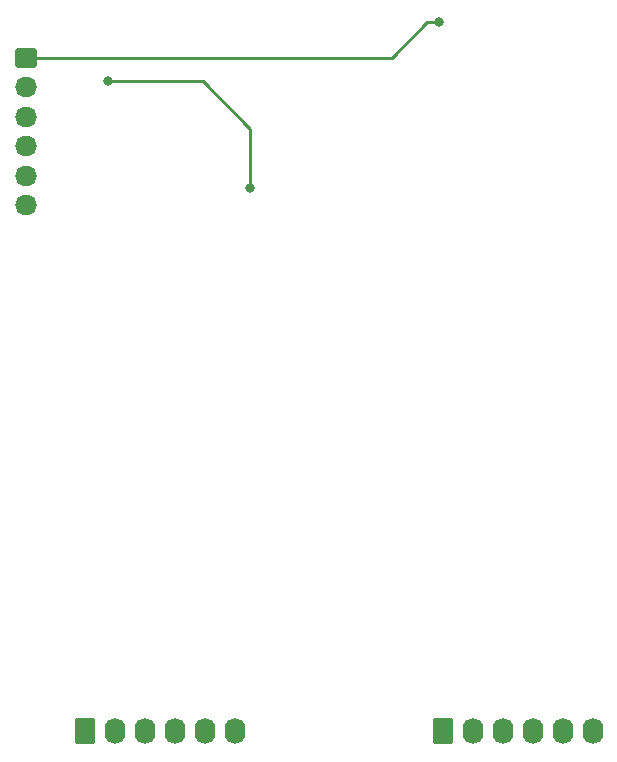
<source format=gbr>
%TF.GenerationSoftware,KiCad,Pcbnew,7.0.10-unknown-202401012134~036241c819~ubuntu22.04.1*%
%TF.CreationDate,2024-01-10T18:25:37+01:00*%
%TF.ProjectId,main_board,6d61696e-5f62-46f6-9172-642e6b696361,rev?*%
%TF.SameCoordinates,Original*%
%TF.FileFunction,Copper,L2,Bot*%
%TF.FilePolarity,Positive*%
%FSLAX46Y46*%
G04 Gerber Fmt 4.6, Leading zero omitted, Abs format (unit mm)*
G04 Created by KiCad (PCBNEW 7.0.10-unknown-202401012134~036241c819~ubuntu22.04.1) date 2024-01-10 18:25:37*
%MOMM*%
%LPD*%
G01*
G04 APERTURE LIST*
G04 Aperture macros list*
%AMRoundRect*
0 Rectangle with rounded corners*
0 $1 Rounding radius*
0 $2 $3 $4 $5 $6 $7 $8 $9 X,Y pos of 4 corners*
0 Add a 4 corners polygon primitive as box body*
4,1,4,$2,$3,$4,$5,$6,$7,$8,$9,$2,$3,0*
0 Add four circle primitives for the rounded corners*
1,1,$1+$1,$2,$3*
1,1,$1+$1,$4,$5*
1,1,$1+$1,$6,$7*
1,1,$1+$1,$8,$9*
0 Add four rect primitives between the rounded corners*
20,1,$1+$1,$2,$3,$4,$5,0*
20,1,$1+$1,$4,$5,$6,$7,0*
20,1,$1+$1,$6,$7,$8,$9,0*
20,1,$1+$1,$8,$9,$2,$3,0*%
G04 Aperture macros list end*
%TA.AperFunction,ComponentPad*%
%ADD10RoundRect,0.250000X-0.620000X-0.845000X0.620000X-0.845000X0.620000X0.845000X-0.620000X0.845000X0*%
%TD*%
%TA.AperFunction,ComponentPad*%
%ADD11O,1.740000X2.190000*%
%TD*%
%TA.AperFunction,ComponentPad*%
%ADD12RoundRect,0.250000X-0.675000X0.600000X-0.675000X-0.600000X0.675000X-0.600000X0.675000X0.600000X0*%
%TD*%
%TA.AperFunction,ComponentPad*%
%ADD13O,1.850000X1.700000*%
%TD*%
%TA.AperFunction,ViaPad*%
%ADD14C,0.800000*%
%TD*%
%TA.AperFunction,Conductor*%
%ADD15C,0.250000*%
%TD*%
G04 APERTURE END LIST*
D10*
%TO.P,J3,1,Pin_1*%
%TO.N,MOTORB+*%
X131300000Y-156000000D03*
D11*
%TO.P,J3,2,Pin_2*%
%TO.N,MOTORB-*%
X133840000Y-156000000D03*
%TO.P,J3,3,Pin_3*%
%TO.N,HALL_MOTORB_A*%
X136380000Y-156000000D03*
%TO.P,J3,4,Pin_4*%
%TO.N,HALL_MOTORB_B*%
X138920000Y-156000000D03*
%TO.P,J3,5,Pin_5*%
%TO.N,HALL+*%
X141460000Y-156000000D03*
%TO.P,J3,6,Pin_6*%
%TO.N,HALL-*%
X144000000Y-156000000D03*
%TD*%
D10*
%TO.P,J2,1,Pin_1*%
%TO.N,MOTORA+*%
X101000000Y-156000000D03*
D11*
%TO.P,J2,2,Pin_2*%
%TO.N,MOTORA-*%
X103540000Y-156000000D03*
%TO.P,J2,3,Pin_3*%
%TO.N,HALL_MOTORA_A*%
X106080000Y-156000000D03*
%TO.P,J2,4,Pin_4*%
%TO.N,HALL_MOTORA_B*%
X108620000Y-156000000D03*
%TO.P,J2,5,Pin_5*%
%TO.N,HALL+*%
X111160000Y-156000000D03*
%TO.P,J2,6,Pin_6*%
%TO.N,HALL-*%
X113700000Y-156000000D03*
%TD*%
D12*
%TO.P,J1,1,Pin_1*%
%TO.N,CTS*%
X96000000Y-99000000D03*
D13*
%TO.P,J1,2,Pin_2*%
%TO.N,RTS*%
X96000000Y-101500000D03*
%TO.P,J1,3,Pin_3*%
%TO.N,TXD*%
X96000000Y-104000000D03*
%TO.P,J1,4,Pin_4*%
%TO.N,RXD*%
X96000000Y-106500000D03*
%TO.P,J1,5,Pin_5*%
%TO.N,GND*%
X96000000Y-109000000D03*
%TO.P,J1,6,Pin_6*%
%TO.N,+3V3*%
X96000000Y-111500000D03*
%TD*%
D14*
%TO.N,RTS*%
X103000000Y-101000000D03*
%TO.N,CTS*%
X131000000Y-96000000D03*
%TO.N,RTS*%
X115000000Y-110000000D03*
%TD*%
D15*
%TO.N,RTS*%
X103000000Y-101000000D02*
X111000000Y-101000000D01*
X111000000Y-101000000D02*
X115000000Y-105000000D01*
X115000000Y-105000000D02*
X115000000Y-110000000D01*
%TO.N,CTS*%
X96000000Y-99000000D02*
X127000000Y-99000000D01*
X127000000Y-99000000D02*
X130000000Y-96000000D01*
X130000000Y-96000000D02*
X131000000Y-96000000D01*
%TD*%
M02*

</source>
